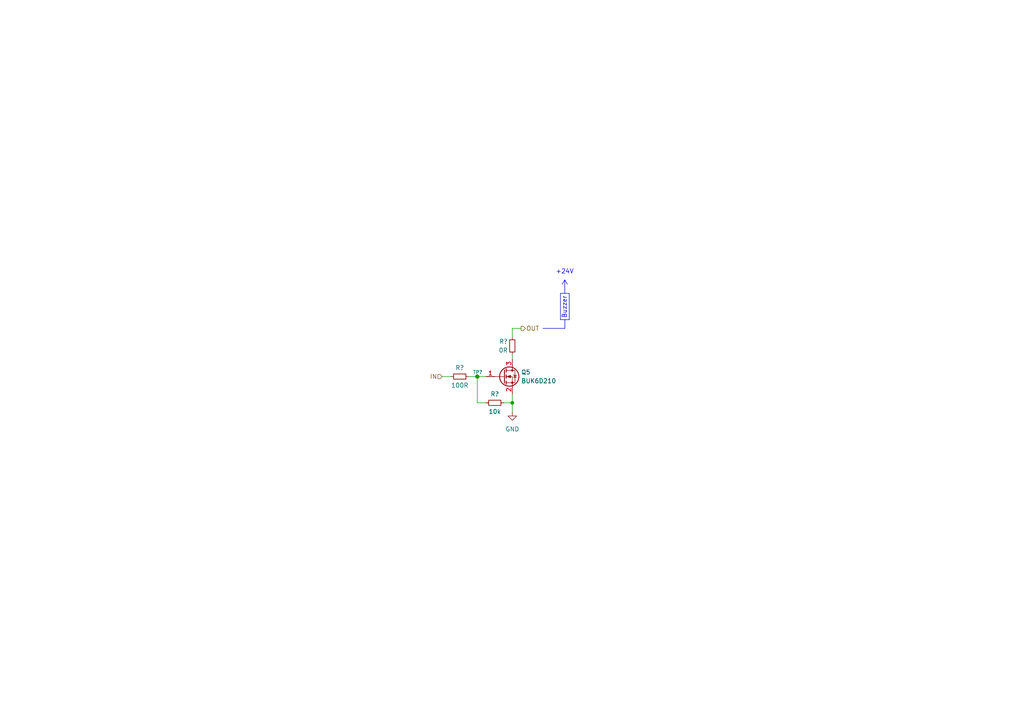
<source format=kicad_sch>
(kicad_sch (version 20230121) (generator eeschema)
  (paper "A4")
  (title_block (title "Ready to Drive Sound") (date "2023-07-01") (rev "${REVISION}") (company "Author: I. Kajdan") (comment 1 "Reviewer:"))
  (lib_symbols
    (symbol "Connector:TestPoint_Small" (pin_numbers hide) (pin_names (offset 0.762) hide)
      (property "Reference" "TP" (at 0 3.81 0))
      (property "Value" "TestPoint_Small" (at 0 2.032 0))
      (symbol "TestPoint_Small_0_1"
        (circle (center 0 0) (radius 0.508))
      )
      (symbol "TestPoint_Small_1_1"
        (pin passive line (at 0 0 90) (length 0) (name "1") (number "1"))
      )
    )
    (symbol "Device:Q_NMOS_GSD" (pin_names (offset 0) hide)
      (property "Reference" "Q" (at 5.08 1.27 0))
      (property "Value" "Q_NMOS_GSD" (at 5.08 -1.27 0))
      (symbol "Q_NMOS_GSD_0_1"
        (polyline (pts (xy 0.254 0) (xy -2.54 0)))
        (polyline (pts (xy 0.254 1.905) (xy 0.254 -1.905)) (stroke (width 0.254)))
        (polyline (pts (xy 0.762 -1.27) (xy 0.762 -2.286)) (stroke (width 0.254)))
        (polyline (pts (xy 0.762 0.508) (xy 0.762 -0.508)) (stroke (width 0.254)))
        (polyline (pts (xy 0.762 2.286) (xy 0.762 1.27)) (stroke (width 0.254)))
        (polyline (pts (xy 2.54 2.54) (xy 2.54 1.778)))
        (polyline (pts (xy 2.54 -2.54) (xy 2.54 0) (xy 0.762 0)))
        (polyline (pts (xy 0.762 -1.778) (xy 3.302 -1.778) (xy 3.302 1.778) (xy 0.762 1.778)))
        (polyline (pts (xy 1.016 0) (xy 2.032 0.381) (xy 2.032 -0.381) (xy 1.016 0)) (fill (type outline)))
        (polyline (pts (xy 2.794 0.508) (xy 2.921 0.381) (xy 3.683 0.381) (xy 3.81 0.254)))
        (polyline (pts (xy 3.302 0.381) (xy 2.921 -0.254) (xy 3.683 -0.254) (xy 3.302 0.381)))
        (circle (center 1.651 0) (radius 2.794) (stroke (width 0.254)))
        (circle (center 2.54 -1.778) (radius 0.254) (fill (type outline)))
        (circle (center 2.54 1.778) (radius 0.254) (fill (type outline)))
      )
      (symbol "Q_NMOS_GSD_1_1"
        (pin input line (at -5.08 0 0) (length 2.54) (name "G") (number "1"))
        (pin passive line (at 2.54 -5.08 90) (length 2.54) (name "S") (number "2"))
        (pin passive line (at 2.54 5.08 270) (length 2.54) (name "D") (number "3"))
      )
    )
    (symbol "Device:R_Small" (pin_numbers hide) (pin_names (offset 0.254) hide)
      (property "Reference" "R" (at 0.762 0.508 0))
      (property "Value" "R_Small" (at 0.762 -1.016 0))
      (symbol "R_Small_0_1"
        (rectangle (start -0.762 1.778) (end 0.762 -1.778) (stroke (width 0.2032)))
      )
      (symbol "R_Small_1_1"
        (pin passive line (at 0 2.54 270) (length 0.762) (name "~") (number "1"))
        (pin passive line (at 0 -2.54 90) (length 0.762) (name "~") (number "2"))
      )
    )
    (symbol "power:GND" (power) (pin_names (offset 0))
      (property "Value" "GND" (at 0 -3.81 0))
      (symbol "GND_0_1"
        (polyline (pts (xy 0 0) (xy 0 -1.27) (xy 1.27 -1.27) (xy 0 -2.54) (xy -1.27 -1.27) (xy 0 -1.27)))
      )
      (symbol "GND_1_1"
        (pin power_in line (at 0 0 270) (length 0) hide (name "GND") (number "1"))
      )
    )
  )
  (junction (at 138.43 109.22))
  (junction (at 148.59 116.84))
  (polyline (pts (xy 157.48 95.25) (xy 163.83 95.25)))
  (wire (pts (xy 135.89 109.22) (xy 138.43 109.22)))
  (polyline (pts (xy 163.8046 81.1784) (xy 163.8046 83.7438)))
  (polyline (pts (xy 163.83 92.71) (xy 163.83 95.25)))
  (wire (pts (xy 151.13 95.25) (xy 148.59 95.25)))
  (polyline (pts (xy 162.56 85.09) (xy 165.1 85.09)))
  (wire (pts (xy 148.59 102.87) (xy 148.59 104.14)))
  (wire (pts (xy 138.43 109.22) (xy 138.43 116.84)))
  (wire (pts (xy 148.59 95.25) (xy 148.59 97.79)))
  (wire (pts (xy 148.59 116.84) (xy 148.59 119.38)))
  (polyline (pts (xy 163.0426 82.4484) (xy 163.8046 81.1784)))
  (polyline (pts (xy 162.56 92.71) (xy 162.56 85.09)))
  (polyline (pts (xy 165.1 85.09) (xy 165.1 92.71)))
  (wire (pts (xy 138.43 116.84) (xy 140.97 116.84)))
  (polyline (pts (xy 165.1 92.71) (xy 162.56 92.71)))
  (polyline (pts (xy 163.8046 83.7946) (xy 163.8046 85.0646)))
  (wire (pts (xy 146.05 116.84) (xy 148.59 116.84)))
  (wire (pts (xy 148.59 114.3) (xy 148.59 116.84)))
  (wire (pts (xy 128.27 109.22) (xy 130.81 109.22)))
  (wire (pts (xy 138.43 109.22) (xy 140.97 109.22)))
  (polyline (pts (xy 164.5666 82.4484) (xy 163.8046 81.1784)))
  (text "+24V" (at 161.163 79.629 0) (effects (font (size 1.27 1.27)) (justify left bottom)))
  (text "Buzzer" (at 164.465 92.456 90) (effects (font (size 1.27 1.27)) (justify left bottom)))
  (hierarchical_label "IN" (shape input) (at 128.27 109.22 180))
  (hierarchical_label "OUT" (shape output) (at 151.13 95.25 0))
  (symbol (lib_id "Device:R_Small") (at 143.51 116.84 270) (unit 1)
    (property "Reference" "R?" (at 143.51 114.3 90))
    (property "Value" "10k" (at 143.51 119.38 90))
    (property "Footprint" "Resistor_SMD:R_0603_1608Metric" (effects hide))
    (instances (project "DV_ASSI" (path "" (reference "R?") (unit 1))) (project "rearbox" (path "" (reference "R37") (unit 1)) (path "" (reference "R22") (unit 1)) (path "" (reference "R29") (unit 1)) (path "" (reference "R51") (unit 1))))
  )
  (symbol (lib_id "Device:Q_NMOS_GSD") (at 146.05 109.22 0) (unit 1)
    (property "Reference" "Q5" (at 151.13 107.95 0) (effects (justify left)))
    (property "Value" "BUK6D210" (at 151.13 110.49 0) (effects (justify left)))
    (property "Footprint" "Package_DFN_QFN:Diodes_UDFN2020-6_Type-F" (effects hide))
    (property "Datasheet" "https://www.mouser.pl/datasheet/2/916/BUK6D210_60E-1596115.pdf" (effects hide))
    (instances (project "rearbox" (path "" (reference "Q5") (unit 1)) (path "" (reference "Q10") (unit 1)) (path "" (reference "Q12") (unit 1)) (path "" (reference "Q4") (unit 1))))
  )
  (symbol (lib_id "Device:R_Small") (at 133.35 109.22 270) (unit 1)
    (property "Reference" "R?" (at 133.35 106.68 90))
    (property "Value" "100R" (at 133.35 111.76 90))
    (property "Footprint" "Resistor_SMD:R_0603_1608Metric" (effects hide))
    (instances (project "rearbox" (path "" (reference "R?") (unit 1)) (path "" (reference "R?") (unit 1)) (path "" (reference "R50") (unit 1)) (path "" (reference "R?") (unit 1)) (path "" (reference "R144") (unit 1)) (path "" (reference "R28") (unit 1))) (project "Traction_Control_System" (path "" (reference "R?") (unit 1)) (path "" (reference "R?") (unit 1))))
  )
  (symbol (lib_id "power:GND") (at 148.59 119.38 0) (unit 1)
    (property "Reference" "#PWR?" (effects hide))
    (property "Value" "GND" (at 148.59 124.46 0))
    (instances (project "rearbox" (path "" (reference "#PWR?") (unit 1)) (path "" (reference "#PWR?") (unit 1)) (path "" (reference "#PWR075") (unit 1)) (path "" (reference "#PWR?") (unit 1)) (path "" (reference "#PWR0198") (unit 1)) (path "" (reference "#PWR069") (unit 1))) (project "Traction_Control_System" (path "" (reference "#PWR?") (unit 1)) (path "" (reference "#PWR?") (unit 1))))
  )
  (symbol (lib_id "Device:R_Small") (at 148.59 100.33 180) (unit 1)
    (property "Reference" "R?" (at 147.32 99.06 0) (effects (justify left)))
    (property "Value" "0R" (at 147.32 101.6 0) (effects (justify left)))
    (property "Footprint" "Resistor_SMD:R_0603_1608Metric" (effects hide))
    (instances (project "rearbox" (path "" (reference "R?") (unit 1)) (path "" (reference "R?") (unit 1)) (path "" (reference "R52") (unit 1)) (path "" (reference "R?") (unit 1)) (path "" (reference "R146") (unit 1)) (path "" (reference "R30") (unit 1))) (project "Traction_Control_System" (path "" (reference "R?") (unit 1)) (path "" (reference "R?") (unit 1))))
  )
  (symbol (lib_id "Connector:TestPoint_Small") (at 138.43 109.22 0) (unit 1)
    (property "Reference" "TP?" (at 137.16 107.95 0) (effects (font (size 1 1)) (justify left)))
    (property "Value" "TestPoint_Small" (effects hide))
    (property "Footprint" "TestPoint:TestPoint_Pad_D1.0mm" (effects hide))
    (instances (project "rearbox" (path "" (reference "TP?") (unit 1)) (path "" (reference "TP3") (unit 1)) (path "" (reference "TP1") (unit 1)) (path "" (reference "TP23") (unit 1)) (path "" (reference "TP64") (unit 1)) (path "" (reference "TP17") (unit 1))))
  )
)
</source>
